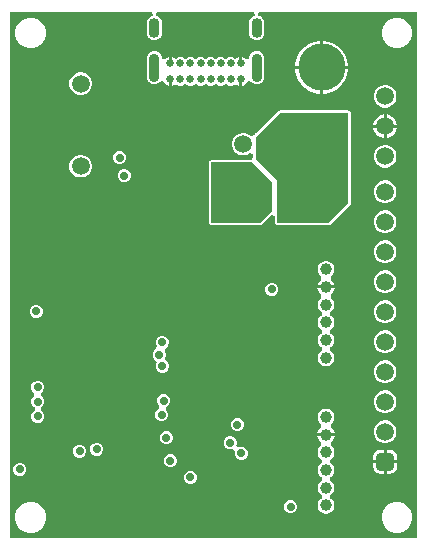
<source format=gbr>
%TF.GenerationSoftware,Altium Limited,Altium Designer,26.2.0 (7)*%
G04 Layer_Physical_Order=3*
G04 Layer_Color=16440176*
%FSLAX45Y45*%
%MOMM*%
%TF.SameCoordinates,1220A514-1184-4156-BF0E-9310A74DF62C*%
%TF.FilePolarity,Positive*%
%TF.FileFunction,Copper,L3,Inr,Signal*%
%TF.Part,Single*%
G01*
G75*
%TA.AperFunction,ComponentPad*%
%ADD23C,1.50000*%
%ADD24C,4.00000*%
%ADD25R,4.00000X4.00000*%
%ADD26C,2.00000*%
%ADD27R,1.50000X1.50000*%
%ADD28C,1.00000*%
G04:AMPARAMS|DCode=29|XSize=1.52mm|YSize=1.52mm|CornerRadius=0.38mm|HoleSize=0mm|Usage=FLASHONLY|Rotation=90.000|XOffset=0mm|YOffset=0mm|HoleType=Round|Shape=RoundedRectangle|*
%AMROUNDEDRECTD29*
21,1,1.52000,0.76000,0,0,90.0*
21,1,0.76000,1.52000,0,0,90.0*
1,1,0.76000,0.38000,0.38000*
1,1,0.76000,0.38000,-0.38000*
1,1,0.76000,-0.38000,-0.38000*
1,1,0.76000,-0.38000,0.38000*
%
%ADD29ROUNDEDRECTD29*%
%ADD30C,0.65000*%
%ADD31C,1.52000*%
G04:AMPARAMS|DCode=32|XSize=0.9mm|YSize=2.4mm|CornerRadius=0.45mm|HoleSize=0mm|Usage=FLASHONLY|Rotation=180.000|XOffset=0mm|YOffset=0mm|HoleType=Round|Shape=RoundedRectangle|*
%AMROUNDEDRECTD32*
21,1,0.90000,1.50000,0,0,180.0*
21,1,0.00000,2.40000,0,0,180.0*
1,1,0.90000,0.00000,0.75000*
1,1,0.90000,0.00000,0.75000*
1,1,0.90000,0.00000,-0.75000*
1,1,0.90000,0.00000,-0.75000*
%
%ADD32ROUNDEDRECTD32*%
G04:AMPARAMS|DCode=33|XSize=0.9mm|YSize=1.7mm|CornerRadius=0.45mm|HoleSize=0mm|Usage=FLASHONLY|Rotation=180.000|XOffset=0mm|YOffset=0mm|HoleType=Round|Shape=RoundedRectangle|*
%AMROUNDEDRECTD33*
21,1,0.90000,0.80000,0,0,180.0*
21,1,0.00000,1.70000,0,0,180.0*
1,1,0.90000,0.00000,0.40000*
1,1,0.90000,0.00000,0.40000*
1,1,0.90000,0.00000,-0.40000*
1,1,0.90000,0.00000,-0.40000*
%
%ADD33ROUNDEDRECTD33*%
%TA.AperFunction,ViaPad*%
%ADD34C,0.70000*%
G36*
X13176604Y7053396D02*
X9728396D01*
Y11501604D01*
X10928719D01*
X10936024Y11476204D01*
X10933143Y11474397D01*
X10933145Y11474398D01*
X10933031Y11474327D01*
X10929119Y11472706D01*
X10917220Y11467777D01*
X10903642Y11457358D01*
X10893223Y11443781D01*
X10886673Y11427969D01*
X10884439Y11411000D01*
Y11331000D01*
X10886673Y11314032D01*
X10893223Y11298220D01*
X10903642Y11284642D01*
X10917220Y11274223D01*
X10933032Y11267673D01*
X10950000Y11265439D01*
X10966969Y11267673D01*
X10982781Y11274223D01*
X10996358Y11284642D01*
X11006777Y11298220D01*
X11013327Y11314032D01*
X11015561Y11331000D01*
Y11411000D01*
X11013327Y11427969D01*
X11006777Y11443781D01*
X10996358Y11457358D01*
X10982781Y11467777D01*
X10970882Y11472706D01*
X10966969Y11474327D01*
X10966856Y11474398D01*
X10966857Y11474397D01*
X10963976Y11476204D01*
X10971281Y11501604D01*
X11793719D01*
X11801024Y11476204D01*
X11798143Y11474397D01*
X11798145Y11474398D01*
X11798032Y11474327D01*
X11794119Y11472706D01*
X11782220Y11467777D01*
X11768642Y11457358D01*
X11758223Y11443781D01*
X11751673Y11427969D01*
X11749440Y11411000D01*
Y11331000D01*
X11751673Y11314032D01*
X11758223Y11298220D01*
X11768642Y11284642D01*
X11782220Y11274223D01*
X11798032Y11267673D01*
X11815000Y11265439D01*
X11831969Y11267673D01*
X11847781Y11274223D01*
X11861359Y11284642D01*
X11871777Y11298220D01*
X11878327Y11314032D01*
X11880561Y11331000D01*
Y11411000D01*
X11878327Y11427969D01*
X11871777Y11443781D01*
X11861359Y11457358D01*
X11847781Y11467777D01*
X11835882Y11472706D01*
X11831969Y11474327D01*
X11831856Y11474398D01*
X11831857Y11474397D01*
X11828976Y11476204D01*
X11836281Y11501604D01*
X13176604D01*
Y7053396D01*
D02*
G37*
%LPC*%
G36*
X11831857Y11474397D02*
X11831969Y11474327D01*
X11833473Y11473704D01*
X11831857Y11474397D01*
D02*
G37*
G36*
X10966857D02*
X10966969Y11474327D01*
X10968473Y11473704D01*
X10966857Y11474397D01*
D02*
G37*
G36*
X11798143D02*
X11796528Y11473704D01*
X11798032Y11474327D01*
X11798143Y11474397D01*
D02*
G37*
G36*
X10933143D02*
X10931528Y11473704D01*
X10933031Y11474327D01*
X10933143Y11474397D01*
D02*
G37*
G36*
X13019615Y11457500D02*
X12985385D01*
X12952322Y11448641D01*
X12922678Y11431526D01*
X12898474Y11407322D01*
X12881358Y11377678D01*
X12872501Y11344615D01*
Y11310385D01*
X12881358Y11277322D01*
X12898474Y11247678D01*
X12922678Y11223474D01*
X12952322Y11206359D01*
X12985385Y11197500D01*
X13019615D01*
X13052678Y11206359D01*
X13082323Y11223474D01*
X13106525Y11247678D01*
X13123640Y11277322D01*
X13132500Y11310385D01*
Y11344615D01*
X13123640Y11377678D01*
X13106525Y11407322D01*
X13082323Y11431526D01*
X13052678Y11448641D01*
X13019615Y11457500D01*
D02*
G37*
G36*
X9919615D02*
X9885385D01*
X9852322Y11448641D01*
X9822678Y11431526D01*
X9798474Y11407322D01*
X9781359Y11377678D01*
X9772500Y11344615D01*
Y11310385D01*
X9781359Y11277322D01*
X9798474Y11247678D01*
X9822678Y11223474D01*
X9852322Y11206359D01*
X9885385Y11197500D01*
X9919615D01*
X9952678Y11206359D01*
X9982322Y11223474D01*
X10006526Y11247678D01*
X10023641Y11277322D01*
X10032500Y11310385D01*
Y11344615D01*
X10023641Y11377678D01*
X10006526Y11407322D01*
X9982322Y11431526D01*
X9952678Y11448641D01*
X9919615Y11457500D01*
D02*
G37*
G36*
X11815000Y11173561D02*
X11798032Y11171327D01*
X11782220Y11164777D01*
X11768642Y11154358D01*
X11758223Y11140780D01*
X11751673Y11124969D01*
X11750327Y11114743D01*
X11745287Y11111908D01*
X11731239Y11107888D01*
X11724040Y11107844D01*
X11712798Y11119085D01*
X11692700Y11127410D01*
Y11069999D01*
X11667300D01*
Y11127410D01*
X11647203Y11119085D01*
X11633682Y11105565D01*
X11624739Y11114507D01*
X11605443Y11122500D01*
X11584557D01*
X11565261Y11114507D01*
X11552500Y11101746D01*
X11539739Y11114507D01*
X11520443Y11122500D01*
X11499557D01*
X11480262Y11114507D01*
X11467500Y11101746D01*
X11454739Y11114507D01*
X11435443Y11122500D01*
X11414557D01*
X11395261Y11114507D01*
X11382500Y11101746D01*
X11369739Y11114507D01*
X11350443Y11122500D01*
X11329557D01*
X11310261Y11114507D01*
X11297500Y11101746D01*
X11284739Y11114507D01*
X11265443Y11122500D01*
X11244557D01*
X11225261Y11114507D01*
X11212500Y11101746D01*
X11199739Y11114507D01*
X11180443Y11122500D01*
X11159557D01*
X11140261Y11114507D01*
X11131319Y11105565D01*
X11117798Y11119085D01*
X11097700Y11127410D01*
Y11069999D01*
X11072300D01*
Y11127410D01*
X11052202Y11119085D01*
X11040961Y11107844D01*
X11033761Y11107888D01*
X11019714Y11111908D01*
X11014673Y11114743D01*
X11013327Y11124969D01*
X11006777Y11140780D01*
X10996358Y11154358D01*
X10982781Y11164777D01*
X10966969Y11171327D01*
X10950000Y11173561D01*
X10933032Y11171327D01*
X10917220Y11164777D01*
X10903642Y11154358D01*
X10893223Y11140780D01*
X10886673Y11124969D01*
X10884439Y11108000D01*
Y10958000D01*
X10886673Y10941031D01*
X10893223Y10925220D01*
X10903642Y10911642D01*
X10917220Y10901223D01*
X10933032Y10894673D01*
X10950000Y10892439D01*
X10966969Y10894673D01*
X10982781Y10901223D01*
X10996358Y10911642D01*
X11003013Y10920314D01*
X11006662Y10920794D01*
X11021781Y10919152D01*
X11030325Y10915696D01*
X11035915Y10902202D01*
X11052202Y10885915D01*
X11072300Y10877590D01*
Y10934999D01*
X11097700D01*
Y10877590D01*
X11117798Y10885915D01*
X11131319Y10899435D01*
X11140261Y10890493D01*
X11159557Y10882500D01*
X11180443D01*
X11199739Y10890493D01*
X11212500Y10903254D01*
X11225261Y10890493D01*
X11244557Y10882500D01*
X11265443D01*
X11284739Y10890493D01*
X11297500Y10903254D01*
X11310261Y10890493D01*
X11329557Y10882500D01*
X11350443D01*
X11369739Y10890493D01*
X11382500Y10903254D01*
X11395261Y10890493D01*
X11414557Y10882500D01*
X11435443D01*
X11454739Y10890493D01*
X11467500Y10903254D01*
X11480262Y10890493D01*
X11499557Y10882500D01*
X11520443D01*
X11539739Y10890493D01*
X11552500Y10903254D01*
X11565261Y10890493D01*
X11584557Y10882500D01*
X11605443D01*
X11624739Y10890493D01*
X11633682Y10899435D01*
X11647203Y10885915D01*
X11667300Y10877590D01*
Y10934999D01*
X11692700D01*
Y10877590D01*
X11712798Y10885915D01*
X11729086Y10902202D01*
X11734675Y10915696D01*
X11743220Y10919152D01*
X11758338Y10920794D01*
X11761988Y10920314D01*
X11768642Y10911642D01*
X11782220Y10901223D01*
X11798032Y10894673D01*
X11815000Y10892439D01*
X11831969Y10894673D01*
X11847781Y10901223D01*
X11861359Y10911642D01*
X11871777Y10925220D01*
X11878327Y10941031D01*
X11880561Y10958000D01*
Y11108000D01*
X11878327Y11124969D01*
X11871777Y11140780D01*
X11861359Y11154358D01*
X11847781Y11164777D01*
X11831969Y11171327D01*
X11815000Y11173561D01*
D02*
G37*
G36*
X12387200Y11262900D02*
X12377700D01*
Y11050199D01*
X12590400D01*
Y11059700D01*
X12581738Y11103247D01*
X12564747Y11144267D01*
X12540080Y11181184D01*
X12508684Y11212580D01*
X12471767Y11237247D01*
X12430747Y11254238D01*
X12387200Y11262900D01*
D02*
G37*
G36*
X12352300D02*
X12342800D01*
X12299253Y11254238D01*
X12258233Y11237247D01*
X12221316Y11212580D01*
X12189920Y11181184D01*
X12165253Y11144267D01*
X12148262Y11103247D01*
X12139600Y11059700D01*
Y11050199D01*
X12352300D01*
Y11262900D01*
D02*
G37*
G36*
X12590400Y11024799D02*
X12377700D01*
Y10812100D01*
X12387200D01*
X12430747Y10820762D01*
X12471767Y10837753D01*
X12508684Y10862420D01*
X12540080Y10893816D01*
X12564747Y10930733D01*
X12581738Y10971754D01*
X12590400Y11015300D01*
Y11024799D01*
D02*
G37*
G36*
X12352300D02*
X12139600D01*
Y11015300D01*
X12148262Y10971754D01*
X12165253Y10930733D01*
X12189920Y10893816D01*
X12221316Y10862420D01*
X12258233Y10837753D01*
X12299253Y10820762D01*
X12342800Y10812100D01*
X12352300D01*
Y11024799D01*
D02*
G37*
G36*
X10337507Y10995000D02*
X10312493D01*
X10288332Y10988526D01*
X10266669Y10976019D01*
X10248982Y10958331D01*
X10236475Y10936668D01*
X10230000Y10912507D01*
Y10887493D01*
X10236475Y10863332D01*
X10248982Y10841669D01*
X10266669Y10823981D01*
X10288332Y10811474D01*
X10312493Y10805000D01*
X10337507D01*
X10361669Y10811474D01*
X10383331Y10823981D01*
X10401019Y10841669D01*
X10413526Y10863332D01*
X10420000Y10887493D01*
Y10912507D01*
X10413526Y10936668D01*
X10401019Y10958331D01*
X10383331Y10976019D01*
X10361669Y10988526D01*
X10337507Y10995000D01*
D02*
G37*
G36*
X12915007Y10886500D02*
X12889993D01*
X12865833Y10880026D01*
X12844170Y10867519D01*
X12826482Y10849831D01*
X12813974Y10828169D01*
X12807500Y10804007D01*
Y10778993D01*
X12813974Y10754832D01*
X12826482Y10733169D01*
X12844170Y10715481D01*
X12865833Y10702975D01*
X12889993Y10696500D01*
X12915007D01*
X12939168Y10702975D01*
X12960831Y10715481D01*
X12978519Y10733169D01*
X12991026Y10754832D01*
X12997501Y10778993D01*
Y10804007D01*
X12991026Y10828169D01*
X12978519Y10849831D01*
X12960831Y10867519D01*
X12939168Y10880026D01*
X12915007Y10886500D01*
D02*
G37*
G36*
X12915718Y10637900D02*
X12915199D01*
Y10550200D01*
X13002901D01*
Y10550718D01*
X12996059Y10576253D01*
X12982840Y10599147D01*
X12964146Y10617840D01*
X12941254Y10631058D01*
X12915718Y10637900D01*
D02*
G37*
G36*
X12889799D02*
X12889282D01*
X12863747Y10631058D01*
X12840852Y10617840D01*
X12822160Y10599147D01*
X12808942Y10576253D01*
X12802100Y10550718D01*
Y10550200D01*
X12889799D01*
Y10637900D01*
D02*
G37*
G36*
X12010000Y10672892D02*
X12002196Y10671340D01*
X11995581Y10666919D01*
X11811161Y10482500D01*
X11805000D01*
Y10476339D01*
X11793216Y10464555D01*
X11793074Y10464417D01*
X11769974Y10458582D01*
X11762975Y10458874D01*
X11758331Y10463519D01*
X11736668Y10476026D01*
X11712507Y10482500D01*
X11687493D01*
X11663332Y10476026D01*
X11641669Y10463519D01*
X11623981Y10445831D01*
X11611474Y10424168D01*
X11605000Y10400007D01*
Y10374993D01*
X11611474Y10350831D01*
X11623981Y10329169D01*
X11641669Y10311481D01*
X11663332Y10298974D01*
X11687493Y10292500D01*
X11712507D01*
X11736668Y10298974D01*
X11758331Y10311481D01*
X11761708Y10314858D01*
X11787108Y10304337D01*
Y10275016D01*
X11775872Y10257999D01*
X11763122Y10252892D01*
X11432500D01*
X11424696Y10251340D01*
X11418081Y10246919D01*
X11413660Y10240304D01*
X11412108Y10232500D01*
Y9722500D01*
X11413660Y9714696D01*
X11418081Y9708081D01*
X11424696Y9703660D01*
X11432500Y9702108D01*
X11847500D01*
X11855304Y9703660D01*
X11861919Y9708081D01*
X11861920Y9708081D01*
X11944208Y9790369D01*
X11969608Y9779848D01*
Y9722500D01*
X11971160Y9714696D01*
X11975581Y9708081D01*
X11982196Y9703660D01*
X11990000Y9702108D01*
X12427499D01*
X12427501Y9702108D01*
X12435304Y9703660D01*
X12441920Y9708081D01*
X12606919Y9873080D01*
X12611340Y9879696D01*
X12612892Y9887499D01*
Y10652500D01*
X12611340Y10660304D01*
X12606919Y10666919D01*
X12600304Y10671340D01*
X12592500Y10672892D01*
X12010001D01*
X12010000Y10672892D01*
D02*
G37*
G36*
X13002901Y10524800D02*
X12915199D01*
Y10437100D01*
X12915718D01*
X12941254Y10443942D01*
X12964146Y10457160D01*
X12982840Y10475853D01*
X12996059Y10498747D01*
X13002901Y10524282D01*
Y10524800D01*
D02*
G37*
G36*
X12889799D02*
X12802100D01*
Y10524282D01*
X12808942Y10498747D01*
X12822160Y10475853D01*
X12840852Y10457160D01*
X12863747Y10443942D01*
X12889282Y10437100D01*
X12889799D01*
Y10524800D01*
D02*
G37*
G36*
X10665940Y10327499D02*
X10644060D01*
X10623845Y10319126D01*
X10608373Y10303654D01*
X10600000Y10283439D01*
Y10261559D01*
X10608373Y10241345D01*
X10623845Y10225873D01*
X10644060Y10217500D01*
X10665940D01*
X10686155Y10225873D01*
X10701627Y10241345D01*
X10710000Y10261559D01*
Y10283439D01*
X10701627Y10303654D01*
X10686155Y10319126D01*
X10665940Y10327499D01*
D02*
G37*
G36*
X12915007Y10378500D02*
X12889993D01*
X12865833Y10372026D01*
X12844170Y10359519D01*
X12826482Y10341831D01*
X12813974Y10320169D01*
X12807500Y10296007D01*
Y10270993D01*
X12813974Y10246832D01*
X12826482Y10225169D01*
X12844170Y10207481D01*
X12865833Y10194975D01*
X12889993Y10188500D01*
X12915007D01*
X12939168Y10194975D01*
X12960831Y10207481D01*
X12978519Y10225169D01*
X12991026Y10246832D01*
X12997501Y10270993D01*
Y10296007D01*
X12991026Y10320169D01*
X12978519Y10341831D01*
X12960831Y10359519D01*
X12939168Y10372026D01*
X12915007Y10378500D01*
D02*
G37*
G36*
X10337507Y10295000D02*
X10312493D01*
X10288332Y10288526D01*
X10266669Y10276019D01*
X10248982Y10258331D01*
X10236475Y10236668D01*
X10230000Y10212507D01*
Y10187493D01*
X10236475Y10163331D01*
X10248982Y10141669D01*
X10266669Y10123981D01*
X10288332Y10111474D01*
X10312493Y10105000D01*
X10337507D01*
X10361669Y10111474D01*
X10383331Y10123981D01*
X10401019Y10141669D01*
X10413526Y10163331D01*
X10420000Y10187493D01*
Y10212507D01*
X10413526Y10236668D01*
X10401019Y10258331D01*
X10383331Y10276019D01*
X10361669Y10288526D01*
X10337507Y10295000D01*
D02*
G37*
G36*
X10703440Y10175000D02*
X10681560D01*
X10661345Y10166627D01*
X10645874Y10151155D01*
X10637500Y10130940D01*
Y10109060D01*
X10645874Y10088845D01*
X10661345Y10073374D01*
X10681560Y10065000D01*
X10703440D01*
X10723655Y10073374D01*
X10739127Y10088845D01*
X10747500Y10109060D01*
Y10130940D01*
X10739127Y10151155D01*
X10723655Y10166627D01*
X10703440Y10175000D01*
D02*
G37*
G36*
X12915138Y10079500D02*
X12889861D01*
X12865445Y10072958D01*
X12843555Y10060319D01*
X12825681Y10042445D01*
X12813042Y10020555D01*
X12806500Y9996139D01*
Y9970862D01*
X12813042Y9946446D01*
X12825681Y9924555D01*
X12843555Y9906681D01*
X12865445Y9894043D01*
X12889861Y9887500D01*
X12915138D01*
X12939555Y9894043D01*
X12961446Y9906681D01*
X12979318Y9924555D01*
X12991959Y9946446D01*
X12998500Y9970862D01*
Y9996139D01*
X12991959Y10020555D01*
X12979318Y10042445D01*
X12961446Y10060319D01*
X12939555Y10072958D01*
X12915138Y10079500D01*
D02*
G37*
G36*
Y9825500D02*
X12889861D01*
X12865445Y9818958D01*
X12843555Y9806319D01*
X12825681Y9788445D01*
X12813042Y9766555D01*
X12806500Y9742139D01*
Y9716862D01*
X12813042Y9692446D01*
X12825681Y9670555D01*
X12843555Y9652681D01*
X12865445Y9640043D01*
X12889861Y9633500D01*
X12915138D01*
X12939555Y9640043D01*
X12961446Y9652681D01*
X12979318Y9670555D01*
X12991959Y9692446D01*
X12998500Y9716862D01*
Y9742139D01*
X12991959Y9766555D01*
X12979318Y9788445D01*
X12961446Y9806319D01*
X12939555Y9818958D01*
X12915138Y9825500D01*
D02*
G37*
G36*
Y9571500D02*
X12889861D01*
X12865445Y9564958D01*
X12843555Y9552319D01*
X12825681Y9534445D01*
X12813042Y9512555D01*
X12806500Y9488139D01*
Y9462862D01*
X12813042Y9438446D01*
X12825681Y9416555D01*
X12843555Y9398681D01*
X12865445Y9386043D01*
X12889861Y9379500D01*
X12915138D01*
X12939555Y9386043D01*
X12961446Y9398681D01*
X12979318Y9416555D01*
X12991959Y9438446D01*
X12998500Y9462862D01*
Y9488139D01*
X12991959Y9512555D01*
X12979318Y9534445D01*
X12961446Y9552319D01*
X12939555Y9564958D01*
X12915138Y9571500D01*
D02*
G37*
G36*
X12411716Y9397500D02*
X12393285D01*
X12375481Y9392730D01*
X12359519Y9383514D01*
X12346486Y9370481D01*
X12337271Y9354520D01*
X12332500Y9336716D01*
Y9318285D01*
X12337271Y9300482D01*
X12346486Y9284520D01*
X12359519Y9271487D01*
X12362174Y9269954D01*
X12361604Y9240954D01*
X12356204Y9237836D01*
X12342165Y9223797D01*
X12332238Y9206604D01*
X12327844Y9190201D01*
X12402500D01*
X12477157D01*
X12472762Y9206604D01*
X12462835Y9223797D01*
X12448797Y9237836D01*
X12443396Y9240954D01*
X12442826Y9269954D01*
X12445481Y9271487D01*
X12458514Y9284520D01*
X12467730Y9300482D01*
X12472500Y9318285D01*
Y9336716D01*
X12467730Y9354520D01*
X12458514Y9370481D01*
X12445481Y9383514D01*
X12429519Y9392730D01*
X12411716Y9397500D01*
D02*
G37*
G36*
X12915138Y9317500D02*
X12889861D01*
X12865445Y9310958D01*
X12843555Y9298319D01*
X12825681Y9280445D01*
X12813042Y9258555D01*
X12806500Y9234139D01*
Y9208862D01*
X12813042Y9184446D01*
X12825681Y9162555D01*
X12843555Y9144681D01*
X12865445Y9132043D01*
X12889861Y9125500D01*
X12915138D01*
X12939555Y9132043D01*
X12961446Y9144681D01*
X12979318Y9162555D01*
X12991959Y9184446D01*
X12998500Y9208862D01*
Y9234139D01*
X12991959Y9258555D01*
X12979318Y9280445D01*
X12961446Y9298319D01*
X12939555Y9310958D01*
X12915138Y9317500D01*
D02*
G37*
G36*
X11955940Y9212500D02*
X11934060D01*
X11913845Y9204127D01*
X11898373Y9188655D01*
X11890000Y9168440D01*
Y9146560D01*
X11898373Y9126345D01*
X11913845Y9110874D01*
X11934060Y9102500D01*
X11955940D01*
X11976155Y9110874D01*
X11991627Y9126345D01*
X12000000Y9146560D01*
Y9168440D01*
X11991627Y9188655D01*
X11976155Y9204127D01*
X11955940Y9212500D01*
D02*
G37*
G36*
X9958440Y9025000D02*
X9936560D01*
X9916345Y9016627D01*
X9900874Y9001155D01*
X9892500Y8980940D01*
Y8959060D01*
X9900874Y8938845D01*
X9916345Y8923374D01*
X9936560Y8915000D01*
X9958440D01*
X9978655Y8923374D01*
X9994127Y8938845D01*
X10002500Y8959060D01*
Y8980940D01*
X9994127Y9001155D01*
X9978655Y9016627D01*
X9958440Y9025000D01*
D02*
G37*
G36*
X12915138Y9063500D02*
X12889861D01*
X12865445Y9056957D01*
X12843555Y9044319D01*
X12825681Y9026445D01*
X12813042Y9004554D01*
X12806500Y8980138D01*
Y8954861D01*
X12813042Y8930445D01*
X12825681Y8908554D01*
X12843555Y8890681D01*
X12865445Y8878042D01*
X12889861Y8871500D01*
X12915138D01*
X12939555Y8878042D01*
X12961446Y8890681D01*
X12979318Y8908554D01*
X12991959Y8930445D01*
X12998500Y8954861D01*
Y8980138D01*
X12991959Y9004554D01*
X12979318Y9026445D01*
X12961446Y9044319D01*
X12939555Y9056957D01*
X12915138Y9063500D01*
D02*
G37*
G36*
Y8809500D02*
X12889861D01*
X12865445Y8802957D01*
X12843555Y8790319D01*
X12825681Y8772445D01*
X12813042Y8750554D01*
X12806500Y8726138D01*
Y8700861D01*
X12813042Y8676445D01*
X12825681Y8654554D01*
X12843555Y8636681D01*
X12865445Y8624042D01*
X12889861Y8617500D01*
X12915138D01*
X12939555Y8624042D01*
X12961446Y8636681D01*
X12979318Y8654554D01*
X12991959Y8676445D01*
X12998500Y8700861D01*
Y8726138D01*
X12991959Y8750554D01*
X12979318Y8772445D01*
X12961446Y8790319D01*
X12939555Y8802957D01*
X12915138Y8809500D01*
D02*
G37*
G36*
X12477157Y9164801D02*
X12402500D01*
X12327843D01*
X12332238Y9148397D01*
X12342165Y9131204D01*
X12356204Y9117165D01*
X12361604Y9114048D01*
X12362174Y9085047D01*
X12359519Y9083514D01*
X12346486Y9070481D01*
X12337271Y9054520D01*
X12332500Y9036716D01*
Y9018285D01*
X12337271Y9000482D01*
X12346486Y8984520D01*
X12359519Y8971487D01*
X12368016Y8966581D01*
X12369659Y8961332D01*
Y8943669D01*
X12368016Y8938420D01*
X12359519Y8933514D01*
X12346486Y8920481D01*
X12337271Y8904519D01*
X12332500Y8886716D01*
Y8868285D01*
X12337271Y8850481D01*
X12346486Y8834520D01*
X12359519Y8821487D01*
X12368016Y8816581D01*
X12369659Y8811333D01*
Y8793668D01*
X12368016Y8788420D01*
X12359519Y8783514D01*
X12346486Y8770481D01*
X12337271Y8754519D01*
X12332500Y8736716D01*
Y8718285D01*
X12337271Y8700481D01*
X12346486Y8684520D01*
X12359519Y8671487D01*
X12368016Y8666581D01*
X12369659Y8661332D01*
Y8643669D01*
X12368016Y8638420D01*
X12359519Y8633514D01*
X12346486Y8620481D01*
X12337271Y8604519D01*
X12332500Y8586716D01*
Y8568285D01*
X12337271Y8550481D01*
X12346486Y8534519D01*
X12359519Y8521486D01*
X12375481Y8512271D01*
X12393285Y8507500D01*
X12411716D01*
X12429519Y8512271D01*
X12445481Y8521486D01*
X12458514Y8534519D01*
X12467730Y8550481D01*
X12472500Y8568285D01*
Y8586716D01*
X12467730Y8604519D01*
X12458514Y8620481D01*
X12445481Y8633514D01*
X12436984Y8638420D01*
X12435341Y8643669D01*
Y8661332D01*
X12436984Y8666581D01*
X12445481Y8671487D01*
X12458514Y8684520D01*
X12467730Y8700481D01*
X12472500Y8718285D01*
Y8736716D01*
X12467730Y8754519D01*
X12458514Y8770481D01*
X12445481Y8783514D01*
X12436984Y8788420D01*
X12435342Y8793668D01*
Y8811333D01*
X12436984Y8816581D01*
X12445481Y8821487D01*
X12458514Y8834520D01*
X12467730Y8850481D01*
X12472500Y8868285D01*
Y8886716D01*
X12467730Y8904519D01*
X12458514Y8920481D01*
X12445481Y8933514D01*
X12436984Y8938420D01*
X12435341Y8943669D01*
Y8961332D01*
X12436984Y8966581D01*
X12445481Y8971487D01*
X12458514Y8984520D01*
X12467730Y9000482D01*
X12472500Y9018285D01*
Y9036716D01*
X12467730Y9054520D01*
X12458514Y9070481D01*
X12445481Y9083514D01*
X12442826Y9085047D01*
X12443396Y9114048D01*
X12448797Y9117165D01*
X12462835Y9131204D01*
X12472762Y9148397D01*
X12477157Y9164801D01*
D02*
G37*
G36*
X11025940Y8765000D02*
X11004060D01*
X10983845Y8756627D01*
X10968374Y8741155D01*
X10960000Y8720940D01*
Y8699060D01*
X10968374Y8678845D01*
X10960603Y8650695D01*
X10958071Y8649646D01*
X10942599Y8634175D01*
X10934226Y8613960D01*
Y8592080D01*
X10942599Y8571865D01*
X10958071Y8556393D01*
X10970873Y8538655D01*
X10962500Y8518440D01*
Y8496560D01*
X10970873Y8476345D01*
X10986345Y8460873D01*
X11006560Y8452500D01*
X11028440D01*
X11048655Y8460873D01*
X11064126Y8476345D01*
X11072500Y8496560D01*
Y8518440D01*
X11064126Y8538655D01*
X11048655Y8554126D01*
X11035852Y8571865D01*
X11044226Y8592080D01*
Y8613960D01*
X11035852Y8634175D01*
X11043623Y8662325D01*
X11046155Y8663374D01*
X11061627Y8678845D01*
X11070000Y8699060D01*
Y8720940D01*
X11061627Y8741155D01*
X11046155Y8756627D01*
X11025940Y8765000D01*
D02*
G37*
G36*
X12915138Y8555500D02*
X12889861D01*
X12865445Y8548957D01*
X12843555Y8536319D01*
X12825681Y8518445D01*
X12813042Y8496554D01*
X12806500Y8472138D01*
Y8446861D01*
X12813042Y8422445D01*
X12825681Y8400554D01*
X12843555Y8382681D01*
X12865445Y8370042D01*
X12889861Y8363500D01*
X12915138D01*
X12939555Y8370042D01*
X12961446Y8382681D01*
X12979318Y8400554D01*
X12991959Y8422445D01*
X12998500Y8446861D01*
Y8472138D01*
X12991959Y8496554D01*
X12979318Y8518445D01*
X12961446Y8536319D01*
X12939555Y8548957D01*
X12915138Y8555500D01*
D02*
G37*
G36*
Y8301500D02*
X12889861D01*
X12865445Y8294957D01*
X12843555Y8282319D01*
X12825681Y8264445D01*
X12813042Y8242554D01*
X12806500Y8218138D01*
Y8192861D01*
X12813042Y8168445D01*
X12825681Y8146554D01*
X12843555Y8128681D01*
X12865445Y8116042D01*
X12889861Y8109500D01*
X12915138D01*
X12939555Y8116042D01*
X12961446Y8128681D01*
X12979318Y8146554D01*
X12991959Y8168445D01*
X12998500Y8192861D01*
Y8218138D01*
X12991959Y8242554D01*
X12979318Y8264445D01*
X12961446Y8282319D01*
X12939555Y8294957D01*
X12915138Y8301500D01*
D02*
G37*
G36*
X11038440Y8270000D02*
X11016560D01*
X10996345Y8261627D01*
X10980873Y8246155D01*
X10972500Y8225940D01*
Y8204060D01*
X10980873Y8183845D01*
X10991252Y8173467D01*
X10989680Y8152145D01*
X10986695Y8144878D01*
X10978845Y8141627D01*
X10963374Y8126155D01*
X10955000Y8105940D01*
Y8084060D01*
X10963374Y8063845D01*
X10978845Y8048374D01*
X10999060Y8040000D01*
X11020940D01*
X11041155Y8048374D01*
X11056627Y8063845D01*
X11065000Y8084060D01*
Y8105940D01*
X11056627Y8126155D01*
X11046248Y8136534D01*
X11047820Y8157855D01*
X11050805Y8165122D01*
X11058655Y8168374D01*
X11074126Y8183845D01*
X11082500Y8204060D01*
Y8225940D01*
X11074126Y8246155D01*
X11058655Y8261627D01*
X11038440Y8270000D01*
D02*
G37*
G36*
X9973440Y8385000D02*
X9951560D01*
X9931345Y8376627D01*
X9915873Y8361155D01*
X9907500Y8340940D01*
Y8319060D01*
X9915873Y8298845D01*
X9931345Y8283374D01*
X9933462Y8282497D01*
Y8255004D01*
X9931345Y8254126D01*
X9915873Y8238655D01*
X9907500Y8218440D01*
Y8196560D01*
X9915873Y8176345D01*
X9931345Y8160873D01*
X9936480Y8158746D01*
Y8131253D01*
X9931345Y8129126D01*
X9915873Y8113655D01*
X9907500Y8093440D01*
Y8071560D01*
X9915873Y8051345D01*
X9931345Y8035873D01*
X9951560Y8027500D01*
X9973440D01*
X9993655Y8035873D01*
X10009127Y8051345D01*
X10017500Y8071560D01*
Y8093440D01*
X10009127Y8113655D01*
X9993655Y8129126D01*
X9988520Y8131253D01*
Y8158746D01*
X9993655Y8160873D01*
X10009127Y8176345D01*
X10017500Y8196560D01*
Y8218440D01*
X10009127Y8238655D01*
X9993655Y8254126D01*
X9991538Y8255004D01*
Y8282497D01*
X9993655Y8283374D01*
X10009127Y8298845D01*
X10017500Y8319060D01*
Y8340940D01*
X10009127Y8361155D01*
X9993655Y8376627D01*
X9973440Y8385000D01*
D02*
G37*
G36*
X11663440Y8067500D02*
X11641560D01*
X11621345Y8059127D01*
X11605873Y8043655D01*
X11597500Y8023440D01*
Y8001560D01*
X11605873Y7981345D01*
X11621345Y7965874D01*
X11641560Y7957500D01*
X11663440D01*
X11683655Y7965874D01*
X11699126Y7981345D01*
X11707500Y8001560D01*
Y8023440D01*
X11699126Y8043655D01*
X11683655Y8059127D01*
X11663440Y8067500D01*
D02*
G37*
G36*
X12411716Y8147500D02*
X12393285D01*
X12375481Y8142730D01*
X12359519Y8133514D01*
X12346486Y8120481D01*
X12337271Y8104519D01*
X12332500Y8086716D01*
Y8068285D01*
X12337271Y8050481D01*
X12346486Y8034519D01*
X12359519Y8021486D01*
X12362174Y8019954D01*
X12361604Y7990953D01*
X12356204Y7987835D01*
X12342165Y7973797D01*
X12332238Y7956604D01*
X12327844Y7940201D01*
X12402500D01*
X12477157D01*
X12472762Y7956604D01*
X12462835Y7973797D01*
X12448797Y7987835D01*
X12443396Y7990953D01*
X12442826Y8019954D01*
X12445481Y8021486D01*
X12458514Y8034519D01*
X12467730Y8050481D01*
X12472500Y8068285D01*
Y8086716D01*
X12467730Y8104519D01*
X12458514Y8120481D01*
X12445481Y8133514D01*
X12429519Y8142730D01*
X12411716Y8147500D01*
D02*
G37*
G36*
X12915138Y8047500D02*
X12889861D01*
X12865445Y8040957D01*
X12843555Y8028319D01*
X12825681Y8010445D01*
X12813042Y7988554D01*
X12806500Y7964138D01*
Y7938861D01*
X12813042Y7914445D01*
X12825681Y7892554D01*
X12843555Y7874681D01*
X12865445Y7862042D01*
X12889861Y7855500D01*
X12915138D01*
X12939555Y7862042D01*
X12961446Y7874681D01*
X12979318Y7892554D01*
X12991959Y7914445D01*
X12998500Y7938861D01*
Y7964138D01*
X12991959Y7988554D01*
X12979318Y8010445D01*
X12961446Y8028319D01*
X12939555Y8040957D01*
X12915138Y8047500D01*
D02*
G37*
G36*
X11060940Y7955000D02*
X11039060D01*
X11018845Y7946626D01*
X11003373Y7931155D01*
X10995000Y7910940D01*
Y7889060D01*
X11003373Y7868845D01*
X11018845Y7853373D01*
X11039060Y7845000D01*
X11060940D01*
X11081155Y7853373D01*
X11096627Y7868845D01*
X11105000Y7889060D01*
Y7910940D01*
X11096627Y7931155D01*
X11081155Y7946626D01*
X11060940Y7955000D01*
D02*
G37*
G36*
X10473440Y7860000D02*
X10451560D01*
X10431345Y7851626D01*
X10415874Y7836155D01*
X10407500Y7815940D01*
Y7794060D01*
X10415874Y7773845D01*
X10431345Y7758373D01*
X10451560Y7750000D01*
X10473440D01*
X10493655Y7758373D01*
X10509127Y7773845D01*
X10517500Y7794060D01*
Y7815940D01*
X10509127Y7836155D01*
X10493655Y7851626D01*
X10473440Y7860000D01*
D02*
G37*
G36*
X10328440Y7842500D02*
X10306560D01*
X10286345Y7834127D01*
X10270874Y7818655D01*
X10262500Y7798440D01*
Y7776560D01*
X10270874Y7756345D01*
X10286345Y7740874D01*
X10306560Y7732500D01*
X10328440D01*
X10348655Y7740874D01*
X10364127Y7756345D01*
X10372500Y7776560D01*
Y7798440D01*
X10364127Y7818655D01*
X10348655Y7834127D01*
X10328440Y7842500D01*
D02*
G37*
G36*
X11600940Y7912500D02*
X11579060D01*
X11558845Y7904126D01*
X11543373Y7888655D01*
X11535000Y7868440D01*
Y7846560D01*
X11543373Y7826345D01*
X11558845Y7810873D01*
X11579060Y7802500D01*
X11600940D01*
X11613612Y7807749D01*
X11633954Y7790486D01*
X11630000Y7780940D01*
Y7759060D01*
X11638373Y7738845D01*
X11653845Y7723373D01*
X11674060Y7715000D01*
X11695940D01*
X11716155Y7723373D01*
X11731627Y7738845D01*
X11740000Y7759060D01*
Y7780940D01*
X11731627Y7801155D01*
X11716155Y7816626D01*
X11695940Y7825000D01*
X11674060D01*
X11661388Y7819751D01*
X11641046Y7837014D01*
X11645000Y7846560D01*
Y7868440D01*
X11636626Y7888655D01*
X11621155Y7904126D01*
X11600940Y7912500D01*
D02*
G37*
G36*
X12940500Y7800142D02*
X12915199D01*
Y7710199D01*
X13005142D01*
Y7735500D01*
X13000221Y7760237D01*
X12986209Y7781208D01*
X12965237Y7795221D01*
X12940500Y7800142D01*
D02*
G37*
G36*
X12889799D02*
X12864500D01*
X12839763Y7795221D01*
X12818791Y7781208D01*
X12804779Y7760237D01*
X12799858Y7735500D01*
Y7710199D01*
X12889799D01*
Y7800142D01*
D02*
G37*
G36*
X11095940Y7760000D02*
X11074060D01*
X11053845Y7751627D01*
X11038373Y7736155D01*
X11030000Y7715940D01*
Y7694060D01*
X11038373Y7673845D01*
X11053845Y7658374D01*
X11074060Y7650000D01*
X11095940D01*
X11116155Y7658374D01*
X11131626Y7673845D01*
X11140000Y7694060D01*
Y7715940D01*
X11131626Y7736155D01*
X11116155Y7751627D01*
X11095940Y7760000D01*
D02*
G37*
G36*
X13005142Y7684799D02*
X12915199D01*
Y7594858D01*
X12940500D01*
X12965237Y7599778D01*
X12986209Y7613791D01*
X13000221Y7634762D01*
X13005142Y7659500D01*
Y7684799D01*
D02*
G37*
G36*
X12889799D02*
X12799858D01*
Y7659500D01*
X12804779Y7634762D01*
X12818791Y7613791D01*
X12839763Y7599778D01*
X12864500Y7594858D01*
X12889799D01*
Y7684799D01*
D02*
G37*
G36*
X9820940Y7687500D02*
X9799060D01*
X9778845Y7679127D01*
X9763373Y7663655D01*
X9755000Y7643440D01*
Y7621560D01*
X9763373Y7601345D01*
X9778845Y7585874D01*
X9799060Y7577500D01*
X9820940D01*
X9841155Y7585874D01*
X9856626Y7601345D01*
X9865000Y7621560D01*
Y7643440D01*
X9856626Y7663655D01*
X9841155Y7679127D01*
X9820940Y7687500D01*
D02*
G37*
G36*
X11265940Y7620000D02*
X11244060D01*
X11223845Y7611627D01*
X11208374Y7596155D01*
X11200000Y7575940D01*
Y7554060D01*
X11208374Y7533845D01*
X11223845Y7518374D01*
X11244060Y7510000D01*
X11265940D01*
X11286155Y7518374D01*
X11301627Y7533845D01*
X11310000Y7554060D01*
Y7575940D01*
X11301627Y7596155D01*
X11286155Y7611627D01*
X11265940Y7620000D01*
D02*
G37*
G36*
X12113440Y7370000D02*
X12091560D01*
X12071345Y7361627D01*
X12055874Y7346155D01*
X12047500Y7325940D01*
Y7304060D01*
X12055874Y7283845D01*
X12071345Y7268374D01*
X12091560Y7260000D01*
X12113440D01*
X12133655Y7268374D01*
X12149127Y7283845D01*
X12157500Y7304060D01*
Y7325940D01*
X12149127Y7346155D01*
X12133655Y7361627D01*
X12113440Y7370000D01*
D02*
G37*
G36*
X12477157Y7914801D02*
X12402500D01*
X12327843D01*
X12332238Y7898397D01*
X12342165Y7881204D01*
X12356204Y7867165D01*
X12361604Y7864047D01*
X12362174Y7835047D01*
X12359519Y7833514D01*
X12346486Y7820481D01*
X12337271Y7804519D01*
X12332500Y7786716D01*
Y7768285D01*
X12337271Y7750481D01*
X12346486Y7734519D01*
X12359519Y7721486D01*
X12368016Y7716581D01*
X12369659Y7711332D01*
Y7693669D01*
X12368016Y7688420D01*
X12359519Y7683514D01*
X12346486Y7670481D01*
X12337271Y7654519D01*
X12332500Y7636716D01*
Y7618284D01*
X12337271Y7600481D01*
X12346486Y7584519D01*
X12359519Y7571486D01*
X12368016Y7566580D01*
X12369659Y7561332D01*
Y7543668D01*
X12368016Y7538420D01*
X12359519Y7533514D01*
X12346486Y7520481D01*
X12337271Y7504519D01*
X12332500Y7486716D01*
Y7468285D01*
X12337271Y7450481D01*
X12346486Y7434519D01*
X12359519Y7421486D01*
X12368016Y7416581D01*
X12369659Y7411332D01*
Y7393668D01*
X12368016Y7388420D01*
X12359519Y7383514D01*
X12346486Y7370481D01*
X12337271Y7354519D01*
X12332500Y7336716D01*
Y7318284D01*
X12337271Y7300481D01*
X12346486Y7284519D01*
X12359519Y7271486D01*
X12375481Y7262270D01*
X12393285Y7257500D01*
X12411716D01*
X12429519Y7262270D01*
X12445481Y7271486D01*
X12458514Y7284519D01*
X12467730Y7300481D01*
X12472500Y7318284D01*
Y7336716D01*
X12467730Y7354519D01*
X12458514Y7370481D01*
X12445481Y7383514D01*
X12436984Y7388420D01*
X12435341Y7393668D01*
Y7411332D01*
X12436984Y7416581D01*
X12445481Y7421486D01*
X12458514Y7434519D01*
X12467730Y7450481D01*
X12472500Y7468285D01*
Y7486716D01*
X12467730Y7504519D01*
X12458514Y7520481D01*
X12445481Y7533514D01*
X12436984Y7538420D01*
X12435342Y7543668D01*
Y7561332D01*
X12436984Y7566580D01*
X12445481Y7571486D01*
X12458514Y7584519D01*
X12467730Y7600481D01*
X12472500Y7618284D01*
Y7636716D01*
X12467730Y7654519D01*
X12458514Y7670481D01*
X12445481Y7683514D01*
X12436984Y7688420D01*
X12435341Y7693669D01*
Y7711332D01*
X12436984Y7716581D01*
X12445481Y7721486D01*
X12458514Y7734519D01*
X12467730Y7750481D01*
X12472500Y7768285D01*
Y7786716D01*
X12467730Y7804519D01*
X12458514Y7820481D01*
X12445481Y7833514D01*
X12442826Y7835047D01*
X12443396Y7864047D01*
X12448797Y7867165D01*
X12462835Y7881204D01*
X12472762Y7898397D01*
X12477157Y7914801D01*
D02*
G37*
G36*
X13019615Y7357500D02*
X12985385D01*
X12952322Y7348641D01*
X12922678Y7331526D01*
X12898474Y7307322D01*
X12881358Y7277678D01*
X12872501Y7244615D01*
Y7210385D01*
X12881358Y7177322D01*
X12898474Y7147678D01*
X12922678Y7123474D01*
X12952322Y7106359D01*
X12985385Y7097500D01*
X13019615D01*
X13052678Y7106359D01*
X13082323Y7123474D01*
X13106525Y7147678D01*
X13123640Y7177322D01*
X13132500Y7210385D01*
Y7244615D01*
X13123640Y7277678D01*
X13106525Y7307322D01*
X13082323Y7331526D01*
X13052678Y7348641D01*
X13019615Y7357500D01*
D02*
G37*
G36*
X9919615D02*
X9885385D01*
X9852322Y7348641D01*
X9822678Y7331526D01*
X9798474Y7307322D01*
X9781359Y7277678D01*
X9772500Y7244615D01*
Y7210385D01*
X9781359Y7177322D01*
X9798474Y7147678D01*
X9822678Y7123474D01*
X9852322Y7106359D01*
X9885385Y7097500D01*
X9919615D01*
X9952678Y7106359D01*
X9982322Y7123474D01*
X10006526Y7147678D01*
X10023641Y7177322D01*
X10032500Y7210385D01*
Y7244615D01*
X10023641Y7277678D01*
X10006526Y7307322D01*
X9982322Y7331526D01*
X9952678Y7348641D01*
X9919615Y7357500D01*
D02*
G37*
%LPD*%
G36*
X12592500Y9887499D02*
X12427501Y9722500D01*
X11990000D01*
Y10080000D01*
X11807500Y10262500D01*
Y10450000D01*
X12010000Y10652500D01*
X12592500D01*
Y9887499D01*
D02*
G37*
G36*
X11942500Y10062500D02*
Y9817500D01*
X11847500Y9722500D01*
X11432500D01*
Y10232500D01*
X11772500D01*
X11942500Y10062500D01*
D02*
G37*
D23*
X10325000Y10200000D02*
D03*
Y10900000D02*
D03*
X12902499Y10537500D02*
D03*
Y10283500D02*
D03*
Y10791500D02*
D03*
X11700000Y10387500D02*
D03*
D24*
X12365000Y11037500D02*
D03*
D25*
Y10437500D02*
D03*
D26*
X12300000Y9882500D02*
D03*
X11800000D02*
D03*
D27*
X11900000Y10387500D02*
D03*
D28*
X12402500Y8077500D02*
D03*
Y7927500D02*
D03*
Y7777500D02*
D03*
Y7327500D02*
D03*
Y7627500D02*
D03*
Y7477500D02*
D03*
Y9327501D02*
D03*
Y9177501D02*
D03*
Y9027501D02*
D03*
Y8577500D02*
D03*
Y8877500D02*
D03*
Y8727500D02*
D03*
D29*
X12902499Y7697500D02*
D03*
D30*
X11680000Y10935000D02*
D03*
X11085000D02*
D03*
Y11070000D02*
D03*
X11680000D02*
D03*
X11595000D02*
D03*
X11510000D02*
D03*
X11425000D02*
D03*
X11340000D02*
D03*
X11255000D02*
D03*
X11170000D02*
D03*
Y10935000D02*
D03*
X11255000D02*
D03*
X11340000D02*
D03*
X11425000D02*
D03*
X11510000D02*
D03*
X11595000D02*
D03*
D31*
X12902499Y9729500D02*
D03*
Y8713500D02*
D03*
Y8459500D02*
D03*
Y9221500D02*
D03*
Y9475500D02*
D03*
Y9983500D02*
D03*
Y8967500D02*
D03*
Y7951500D02*
D03*
Y8205500D02*
D03*
D32*
X10950000Y11033000D02*
D03*
X11815000D02*
D03*
D33*
X10950000Y11371000D02*
D03*
X11815000D02*
D03*
D34*
X11857500Y10005000D02*
D03*
X11757500D02*
D03*
Y10105000D02*
D03*
X11535000Y9855000D02*
D03*
X11635000D02*
D03*
X11652500Y8012500D02*
D03*
X11010000Y8095000D02*
D03*
X10989226Y8603020D02*
D03*
X11027500Y8215000D02*
D03*
X11015000Y8710000D02*
D03*
X11017500Y8507500D02*
D03*
X11050000Y7900000D02*
D03*
X12400000Y8435000D02*
D03*
X11099997Y7499998D02*
D03*
X12599996Y11399997D02*
D03*
X12749996D02*
D03*
X9899997Y10799997D02*
D03*
X11624996Y8549997D02*
D03*
X10949997Y10799997D02*
D03*
X10424997Y8249997D02*
D03*
X9899997Y10199997D02*
D03*
X10874997Y10649997D02*
D03*
X10199997Y11399997D02*
D03*
X12299996D02*
D03*
X9899997Y10499997D02*
D03*
Y11099997D02*
D03*
X12674996Y11249997D02*
D03*
X10499997Y11399997D02*
D03*
X11024996Y10649997D02*
D03*
X10424997Y11249997D02*
D03*
X9974997Y10649997D02*
D03*
X10949997Y7499998D02*
D03*
X12674996Y10949997D02*
D03*
X10049997Y10199997D02*
D03*
X10124997Y11249997D02*
D03*
X10049997Y11099997D02*
D03*
X9974997Y10949997D02*
D03*
X10349997Y11399997D02*
D03*
X10199997Y9599997D02*
D03*
X10274997Y11249997D02*
D03*
X9974997Y10349997D02*
D03*
X12449996Y11399997D02*
D03*
X10570000Y10042500D02*
D03*
X10692500Y10120000D02*
D03*
X10902500Y7960000D02*
D03*
X11507500Y10735000D02*
D03*
X10160000Y9932500D02*
D03*
X10147500Y9492500D02*
D03*
X10567500Y9690000D02*
D03*
X11042500Y9382500D02*
D03*
X10940000Y8805000D02*
D03*
X10667500Y8700000D02*
D03*
X10260000Y8552500D02*
D03*
X10265000Y7695000D02*
D03*
X10345000Y7490000D02*
D03*
X10625000Y8485000D02*
D03*
X10820000D02*
D03*
X12255000Y7567500D02*
D03*
X12547500Y7415000D02*
D03*
X12780000Y8080000D02*
D03*
X12400000Y8237500D02*
D03*
X12277500Y9107500D02*
D03*
X12112500Y8620000D02*
D03*
X11932500Y9052500D02*
D03*
X11522500Y9387500D02*
D03*
X11945000Y9157500D02*
D03*
X13087500Y9732500D02*
D03*
X11447500Y11242500D02*
D03*
X11410000Y10500000D02*
D03*
X11300000Y10360000D02*
D03*
X11210000Y10192500D02*
D03*
X11225000Y10772500D02*
D03*
X10855000Y10482500D02*
D03*
X10790000Y10307500D02*
D03*
X9865000Y8850000D02*
D03*
X13097501Y8667500D02*
D03*
X13075000Y7430000D02*
D03*
X12797500Y7132500D02*
D03*
X9810000Y7445000D02*
D03*
X10165000Y7125000D02*
D03*
X10715000Y7445000D02*
D03*
X9810000Y7632500D02*
D03*
X11255000Y7565000D02*
D03*
X9962500Y8330000D02*
D03*
Y8207500D02*
D03*
X12102500Y7315000D02*
D03*
X10462500Y7805000D02*
D03*
X10317500Y7787500D02*
D03*
X11085000Y7705000D02*
D03*
X9947500Y8970000D02*
D03*
X11685000Y7770000D02*
D03*
X9962500Y8082500D02*
D03*
X10655000Y10272499D02*
D03*
X11590000Y7857500D02*
D03*
%TF.MD5,39d3aaf566d5e2acbdb1e9fbc9f52a75*%
M02*

</source>
